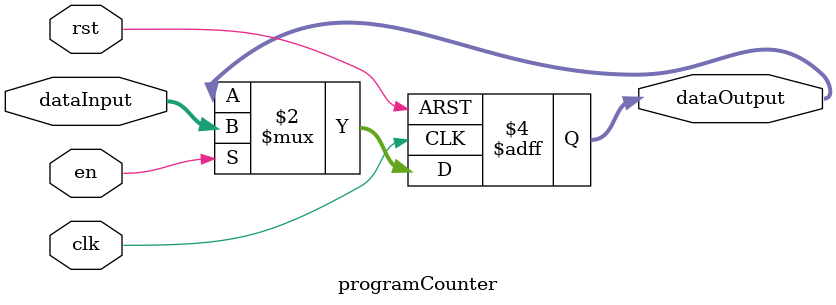
<source format=v>
module programCounter (
    input clk, rst, en,
    input [31 : 0] dataInput,
    output reg [31 : 0] dataOutput
);
    always @(posedge clk, posedge rst) begin
        if(rst)
            dataOutput <= 0;
        else if(en)
            dataOutput <=  dataInput;
    end
endmodule
</source>
